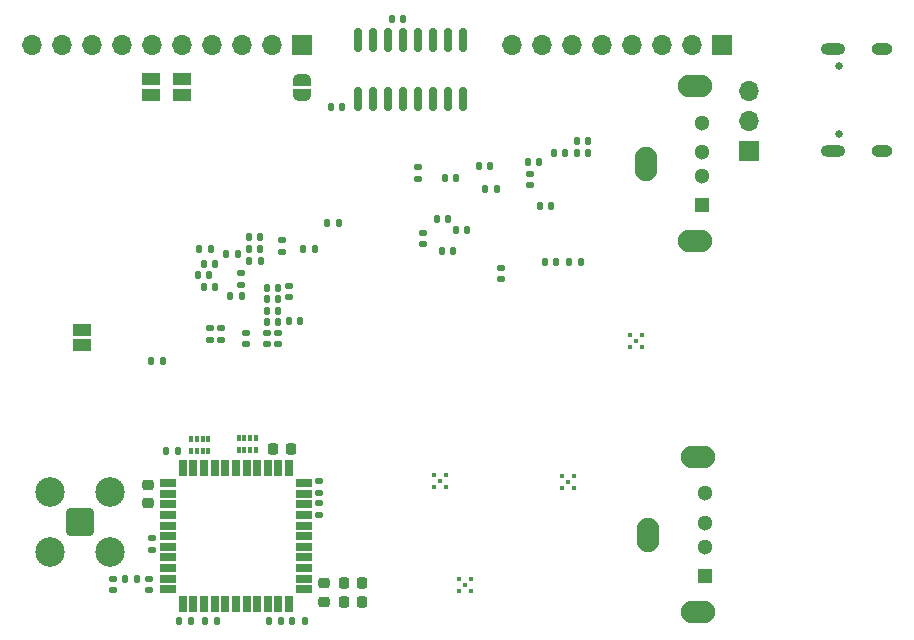
<source format=gbr>
%TF.GenerationSoftware,KiCad,Pcbnew,8.0.2-1*%
%TF.CreationDate,2024-06-14T18:00:13+02:00*%
%TF.ProjectId,hardware,68617264-7761-4726-952e-6b696361645f,rev?*%
%TF.SameCoordinates,Original*%
%TF.FileFunction,Soldermask,Bot*%
%TF.FilePolarity,Negative*%
%FSLAX46Y46*%
G04 Gerber Fmt 4.6, Leading zero omitted, Abs format (unit mm)*
G04 Created by KiCad (PCBNEW 8.0.2-1) date 2024-06-14 18:00:13*
%MOMM*%
%LPD*%
G01*
G04 APERTURE LIST*
G04 Aperture macros list*
%AMRoundRect*
0 Rectangle with rounded corners*
0 $1 Rounding radius*
0 $2 $3 $4 $5 $6 $7 $8 $9 X,Y pos of 4 corners*
0 Add a 4 corners polygon primitive as box body*
4,1,4,$2,$3,$4,$5,$6,$7,$8,$9,$2,$3,0*
0 Add four circle primitives for the rounded corners*
1,1,$1+$1,$2,$3*
1,1,$1+$1,$4,$5*
1,1,$1+$1,$6,$7*
1,1,$1+$1,$8,$9*
0 Add four rect primitives between the rounded corners*
20,1,$1+$1,$2,$3,$4,$5,0*
20,1,$1+$1,$4,$5,$6,$7,0*
20,1,$1+$1,$6,$7,$8,$9,0*
20,1,$1+$1,$8,$9,$2,$3,0*%
%AMFreePoly0*
4,1,19,0.500000,-0.750000,0.000000,-0.750000,0.000000,-0.744911,-0.071157,-0.744911,-0.207708,-0.704816,-0.327430,-0.627875,-0.420627,-0.520320,-0.479746,-0.390866,-0.500000,-0.250000,-0.500000,0.250000,-0.479746,0.390866,-0.420627,0.520320,-0.327430,0.627875,-0.207708,0.704816,-0.071157,0.744911,0.000000,0.744911,0.000000,0.750000,0.500000,0.750000,0.500000,-0.750000,0.500000,-0.750000,
$1*%
%AMFreePoly1*
4,1,19,0.000000,0.744911,0.071157,0.744911,0.207708,0.704816,0.327430,0.627875,0.420627,0.520320,0.479746,0.390866,0.500000,0.250000,0.500000,-0.250000,0.479746,-0.390866,0.420627,-0.520320,0.327430,-0.627875,0.207708,-0.704816,0.071157,-0.744911,0.000000,-0.744911,0.000000,-0.750000,-0.500000,-0.750000,-0.500000,0.750000,0.000000,0.750000,0.000000,0.744911,0.000000,0.744911,
$1*%
G04 Aperture macros list end*
%ADD10C,0.450000*%
%ADD11R,1.300000X1.300000*%
%ADD12C,1.300000*%
%ADD13O,2.900000X1.900000*%
%ADD14O,1.900000X2.900000*%
%ADD15C,0.650000*%
%ADD16O,2.100000X1.000000*%
%ADD17O,1.800000X1.000000*%
%ADD18R,1.700000X1.700000*%
%ADD19O,1.700000X1.700000*%
%ADD20RoundRect,0.140000X-0.170000X0.140000X-0.170000X-0.140000X0.170000X-0.140000X0.170000X0.140000X0*%
%ADD21RoundRect,0.140000X0.140000X0.170000X-0.140000X0.170000X-0.140000X-0.170000X0.140000X-0.170000X0*%
%ADD22RoundRect,0.140000X0.170000X-0.140000X0.170000X0.140000X-0.170000X0.140000X-0.170000X-0.140000X0*%
%ADD23RoundRect,0.140000X-0.140000X-0.170000X0.140000X-0.170000X0.140000X0.170000X-0.140000X0.170000X0*%
%ADD24RoundRect,0.135000X0.135000X0.185000X-0.135000X0.185000X-0.135000X-0.185000X0.135000X-0.185000X0*%
%ADD25RoundRect,0.135000X-0.135000X-0.185000X0.135000X-0.185000X0.135000X0.185000X-0.135000X0.185000X0*%
%ADD26RoundRect,0.225000X-0.225000X-0.250000X0.225000X-0.250000X0.225000X0.250000X-0.225000X0.250000X0*%
%ADD27FreePoly0,270.000000*%
%ADD28FreePoly1,270.000000*%
%ADD29RoundRect,0.218750X0.256250X-0.218750X0.256250X0.218750X-0.256250X0.218750X-0.256250X-0.218750X0*%
%ADD30RoundRect,0.050000X-0.650000X-0.250000X0.650000X-0.250000X0.650000X0.250000X-0.650000X0.250000X0*%
%ADD31RoundRect,0.050000X-0.250000X0.650000X-0.250000X-0.650000X0.250000X-0.650000X0.250000X0.650000X0*%
%ADD32RoundRect,0.050000X0.650000X0.250000X-0.650000X0.250000X-0.650000X-0.250000X0.650000X-0.250000X0*%
%ADD33RoundRect,0.050000X0.250000X-0.650000X0.250000X0.650000X-0.250000X0.650000X-0.250000X-0.650000X0*%
%ADD34R,0.400000X0.500000*%
%ADD35R,0.300000X0.500000*%
%ADD36RoundRect,0.135000X-0.185000X0.135000X-0.185000X-0.135000X0.185000X-0.135000X0.185000X0.135000X0*%
%ADD37RoundRect,0.225000X0.225000X0.250000X-0.225000X0.250000X-0.225000X-0.250000X0.225000X-0.250000X0*%
%ADD38RoundRect,0.150000X-0.150000X0.825000X-0.150000X-0.825000X0.150000X-0.825000X0.150000X0.825000X0*%
%ADD39R,1.500000X1.000000*%
%ADD40RoundRect,0.225000X0.250000X-0.225000X0.250000X0.225000X-0.250000X0.225000X-0.250000X-0.225000X0*%
%ADD41RoundRect,0.135000X0.185000X-0.135000X0.185000X0.135000X-0.185000X0.135000X-0.185000X-0.135000X0*%
%ADD42RoundRect,0.200100X-0.949900X0.949900X-0.949900X-0.949900X0.949900X-0.949900X0.949900X0.949900X0*%
%ADD43C,2.500000*%
G04 APERTURE END LIST*
D10*
%TO.C,U4*%
X129497200Y-123667900D03*
X129497200Y-124667900D03*
X129997200Y-124167900D03*
X130497200Y-123667900D03*
X130497200Y-124667900D03*
%TD*%
%TO.C,U5*%
X140299820Y-123720160D03*
X140299820Y-124720160D03*
X140799820Y-124220160D03*
X141299820Y-123720160D03*
X141299820Y-124720160D03*
%TD*%
%TO.C,U6*%
X132600320Y-132458840D03*
X131600320Y-132458840D03*
X132100320Y-132958840D03*
X132600320Y-133458840D03*
X131600320Y-133458840D03*
%TD*%
D11*
%TO.C,J2*%
X152385000Y-132200000D03*
D12*
X152385000Y-129700000D03*
X152385000Y-127700000D03*
X152385000Y-125200000D03*
D13*
X151785000Y-135270000D03*
D14*
X147605000Y-128700000D03*
D13*
X151785000Y-122130000D03*
%TD*%
D11*
%TO.C,J3*%
X152200000Y-100800000D03*
D12*
X152200000Y-98300000D03*
X152200000Y-96300000D03*
X152200000Y-93800000D03*
D13*
X151600000Y-103870000D03*
D14*
X147420000Y-97300000D03*
D13*
X151600000Y-90730000D03*
%TD*%
D10*
%TO.C,U3*%
X147058000Y-112828960D03*
X147058000Y-111828960D03*
X146558000Y-112328960D03*
X146058000Y-112828960D03*
X146058000Y-111828960D03*
%TD*%
D15*
%TO.C,J5*%
X163720000Y-94810000D03*
X163720000Y-89030000D03*
D16*
X163220000Y-96240000D03*
D17*
X167400000Y-96240000D03*
D16*
X163220000Y-87600000D03*
D17*
X167400000Y-87600000D03*
%TD*%
D18*
%TO.C,J10*%
X156100000Y-96200000D03*
D19*
X156100000Y-93660000D03*
X156100000Y-91120000D03*
%TD*%
D20*
%TO.C,C2*%
X137579100Y-98135500D03*
X137579100Y-99095500D03*
%TD*%
%TO.C,C31*%
X113157000Y-106568300D03*
X113157000Y-107528300D03*
%TD*%
D21*
%TO.C,C38*%
X116253200Y-110693200D03*
X115293200Y-110693200D03*
%TD*%
%TO.C,C42*%
X116265900Y-108775500D03*
X115305900Y-108775500D03*
%TD*%
D22*
%TO.C,C43*%
X115303300Y-112575280D03*
X115303300Y-111615280D03*
%TD*%
D21*
%TO.C,C48*%
X118117560Y-110637320D03*
X117157560Y-110637320D03*
%TD*%
D23*
%TO.C,C53*%
X112219800Y-108483400D03*
X113179800Y-108483400D03*
%TD*%
D21*
%TO.C,C54*%
X116253200Y-109753400D03*
X115293200Y-109753400D03*
%TD*%
%TO.C,C55*%
X114767300Y-103517700D03*
X113807300Y-103517700D03*
%TD*%
D23*
%TO.C,C59*%
X111902300Y-104927400D03*
X112862300Y-104927400D03*
%TD*%
D22*
%TO.C,C64*%
X116560600Y-104747000D03*
X116560600Y-103787000D03*
%TD*%
D21*
%TO.C,C66*%
X110970000Y-107721400D03*
X110010000Y-107721400D03*
%TD*%
%TO.C,C67*%
X116265900Y-107784900D03*
X115305900Y-107784900D03*
%TD*%
D22*
%TO.C,C68*%
X111467900Y-112176500D03*
X111467900Y-111216500D03*
%TD*%
D21*
%TO.C,C69*%
X110970000Y-105740200D03*
X110010000Y-105740200D03*
%TD*%
D22*
%TO.C,C70*%
X110490000Y-112176500D03*
X110490000Y-111216500D03*
%TD*%
D23*
%TO.C,C75*%
X141544100Y-96405700D03*
X142504100Y-96405700D03*
%TD*%
%TO.C,C76*%
X139613700Y-96405700D03*
X140573700Y-96405700D03*
%TD*%
%TO.C,C77*%
X137391200Y-97180400D03*
X138351200Y-97180400D03*
%TD*%
%TO.C,C78*%
X141544100Y-95351600D03*
X142504100Y-95351600D03*
%TD*%
D21*
%TO.C,C79*%
X134782500Y-99402900D03*
X133822500Y-99402900D03*
%TD*%
%TO.C,C80*%
X134211000Y-97447100D03*
X133251000Y-97447100D03*
%TD*%
D23*
%TO.C,C82*%
X138458000Y-100888800D03*
X139418000Y-100888800D03*
%TD*%
D21*
%TO.C,C85*%
X132306000Y-102882700D03*
X131346000Y-102882700D03*
%TD*%
%TO.C,C86*%
X131122360Y-104653080D03*
X130162360Y-104653080D03*
%TD*%
D22*
%TO.C,C87*%
X128562100Y-104073900D03*
X128562100Y-103113900D03*
%TD*%
D23*
%TO.C,C89*%
X140931960Y-105628440D03*
X141891960Y-105628440D03*
%TD*%
%TO.C,C90*%
X129695000Y-101942900D03*
X130655000Y-101942900D03*
%TD*%
%TO.C,C91*%
X138839000Y-105613200D03*
X139799000Y-105613200D03*
%TD*%
D22*
%TO.C,C92*%
X128130300Y-98559500D03*
X128130300Y-97599500D03*
%TD*%
D21*
%TO.C,C99*%
X110462000Y-106730800D03*
X109502000Y-106730800D03*
%TD*%
D24*
%TO.C,R30*%
X110593600Y-104470200D03*
X109573600Y-104470200D03*
%TD*%
D21*
%TO.C,C74*%
X131340800Y-98501200D03*
X130380800Y-98501200D03*
%TD*%
D22*
%TO.C,C40*%
X116248180Y-112575280D03*
X116248180Y-111615280D03*
%TD*%
%TO.C,C56*%
X113576100Y-112567600D03*
X113576100Y-111607600D03*
%TD*%
D21*
%TO.C,C73*%
X119380000Y-104500000D03*
X118420000Y-104500000D03*
%TD*%
%TO.C,C65*%
X114767300Y-104533700D03*
X113807300Y-104533700D03*
%TD*%
D24*
%TO.C,R26*%
X114810000Y-105524300D03*
X113790000Y-105524300D03*
%TD*%
D20*
%TO.C,C32*%
X135128000Y-106111100D03*
X135128000Y-107071100D03*
%TD*%
%TO.C,C37*%
X117200000Y-107620000D03*
X117200000Y-108580000D03*
%TD*%
D25*
%TO.C,R6*%
X120429560Y-102280720D03*
X121449560Y-102280720D03*
%TD*%
D26*
%TO.C,C46*%
X121825000Y-134400000D03*
X123375000Y-134400000D03*
%TD*%
D27*
%TO.C,JP2*%
X118300000Y-90200000D03*
D28*
X118300000Y-91500000D03*
%TD*%
D23*
%TO.C,C49*%
X125920000Y-85000000D03*
X126880000Y-85000000D03*
%TD*%
D29*
%TO.C,L5*%
X120200000Y-134387500D03*
X120200000Y-132812500D03*
%TD*%
D30*
%TO.C,U8*%
X106925000Y-133325000D03*
X106925000Y-132425000D03*
X106925000Y-131525000D03*
X106925000Y-130625000D03*
X106925000Y-129725000D03*
X106925000Y-128825000D03*
X106925000Y-127925000D03*
X106925000Y-127025000D03*
X106925000Y-126125000D03*
X106925000Y-125225000D03*
X106925000Y-124325000D03*
D31*
X108200000Y-123050000D03*
X109100000Y-123050000D03*
X110000000Y-123050000D03*
X110900000Y-123050000D03*
X111800000Y-123050000D03*
X112700000Y-123050000D03*
X113600000Y-123050000D03*
X114500000Y-123050000D03*
X115400000Y-123050000D03*
X116300000Y-123050000D03*
X117200000Y-123050000D03*
D32*
X118475000Y-124325000D03*
X118475000Y-125225000D03*
X118475000Y-126125000D03*
X118475000Y-127025000D03*
X118475000Y-127925000D03*
X118475000Y-128825000D03*
X118475000Y-129725000D03*
X118475000Y-130625000D03*
X118475000Y-131525000D03*
X118475000Y-132425000D03*
X118475000Y-133325000D03*
D33*
X117200000Y-134600000D03*
X116300000Y-134600000D03*
X115400000Y-134600000D03*
X114500000Y-134600000D03*
X113600000Y-134600000D03*
X112700000Y-134600000D03*
X111800000Y-134600000D03*
X110900000Y-134600000D03*
X110000000Y-134600000D03*
X109100000Y-134600000D03*
X108200000Y-134600000D03*
%TD*%
D18*
%TO.C,J6*%
X118280000Y-87200000D03*
D19*
X115740000Y-87200000D03*
X113200000Y-87200000D03*
X110660000Y-87200000D03*
X108120000Y-87200000D03*
X105580000Y-87200000D03*
X103040000Y-87200000D03*
X100500000Y-87200000D03*
X97960000Y-87200000D03*
X95420000Y-87200000D03*
%TD*%
D18*
%TO.C,J4*%
X153860000Y-87200000D03*
D19*
X151320000Y-87200000D03*
X148780000Y-87200000D03*
X146240000Y-87200000D03*
X143700000Y-87200000D03*
X141160000Y-87200000D03*
X138620000Y-87200000D03*
X136080000Y-87200000D03*
%TD*%
D21*
%TO.C,C44*%
X116480000Y-136000000D03*
X115520000Y-136000000D03*
%TD*%
D24*
%TO.C,R33*%
X111110000Y-136000000D03*
X110090000Y-136000000D03*
%TD*%
D34*
%TO.C,RN1*%
X114425000Y-121525000D03*
D35*
X113925000Y-121525000D03*
X113425000Y-121525000D03*
D34*
X112925000Y-121525000D03*
X112925000Y-120525000D03*
D35*
X113425000Y-120525000D03*
X113925000Y-120525000D03*
D34*
X114425000Y-120525000D03*
%TD*%
D36*
%TO.C,R38*%
X119765000Y-124115000D03*
X119765000Y-125135000D03*
%TD*%
D37*
%TO.C,C45*%
X117372756Y-121425000D03*
X115822756Y-121425000D03*
%TD*%
D25*
%TO.C,R37*%
X117490000Y-136000000D03*
X118510000Y-136000000D03*
%TD*%
D38*
%TO.C,U10*%
X123055000Y-86825000D03*
X124325000Y-86825000D03*
X125595000Y-86825000D03*
X126865000Y-86825000D03*
X128135000Y-86825000D03*
X129405000Y-86825000D03*
X130675000Y-86825000D03*
X131945000Y-86825000D03*
X131945000Y-91775000D03*
X130675000Y-91775000D03*
X129405000Y-91775000D03*
X128135000Y-91775000D03*
X126865000Y-91775000D03*
X125595000Y-91775000D03*
X124325000Y-91775000D03*
X123055000Y-91775000D03*
%TD*%
D36*
%TO.C,R39*%
X119757244Y-126022244D03*
X119757244Y-127042244D03*
%TD*%
D39*
%TO.C,JP3*%
X108100000Y-91450000D03*
X108100000Y-90150000D03*
%TD*%
%TO.C,JP1*%
X99700000Y-112650000D03*
X99700000Y-111350000D03*
%TD*%
D20*
%TO.C,C39*%
X105300000Y-132440000D03*
X105300000Y-133400000D03*
%TD*%
D26*
%TO.C,C47*%
X121825000Y-132800000D03*
X123375000Y-132800000D03*
%TD*%
D40*
%TO.C,C41*%
X105275000Y-126050000D03*
X105275000Y-124500000D03*
%TD*%
D39*
%TO.C,JP4*%
X105500000Y-91450000D03*
X105500000Y-90150000D03*
%TD*%
D25*
%TO.C,R35*%
X103290000Y-132480000D03*
X104310000Y-132480000D03*
%TD*%
D23*
%TO.C,C50*%
X120720000Y-92500000D03*
X121680000Y-92500000D03*
%TD*%
D20*
%TO.C,C36*%
X102300000Y-132420000D03*
X102300000Y-133380000D03*
%TD*%
D25*
%TO.C,R40*%
X106790000Y-121600000D03*
X107810000Y-121600000D03*
%TD*%
%TO.C,R36*%
X107890000Y-136000000D03*
X108910000Y-136000000D03*
%TD*%
D24*
%TO.C,R23*%
X106510000Y-114000000D03*
X105490000Y-114000000D03*
%TD*%
D34*
%TO.C,RN2*%
X110375000Y-121625000D03*
D35*
X109875000Y-121625000D03*
X109375000Y-121625000D03*
D34*
X108875000Y-121625000D03*
X108875000Y-120625000D03*
D35*
X109375000Y-120625000D03*
X109875000Y-120625000D03*
D34*
X110375000Y-120625000D03*
%TD*%
D41*
%TO.C,R34*%
X105565000Y-130025000D03*
X105565000Y-129005000D03*
%TD*%
D42*
%TO.C,J7*%
X99500000Y-127600000D03*
D43*
X102040000Y-125060000D03*
X96960000Y-125060000D03*
X102040000Y-130140000D03*
X96960000Y-130140000D03*
%TD*%
M02*

</source>
